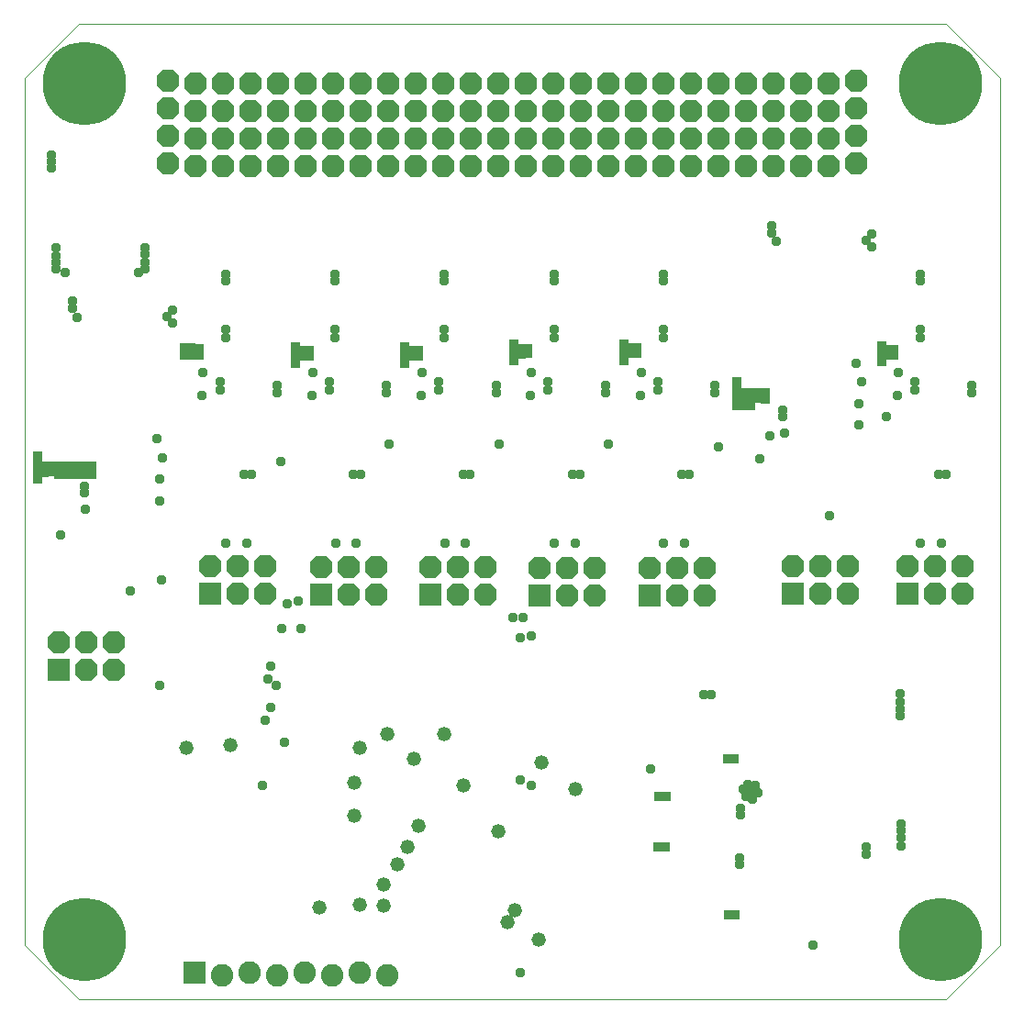
<source format=gbs>
G75*
%MOIN*%
%OFA0B0*%
%FSLAX25Y25*%
%IPPOS*%
%LPD*%
%AMOC8*
5,1,8,0,0,1.08239X$1,22.5*
%
%ADD10C,0.05200*%
%ADD11R,0.08200X0.08200*%
%ADD12C,0.08200*%
%ADD13OC8,0.08200*%
%ADD14C,0.00000*%
%ADD15C,0.30328*%
%ADD16C,0.03778*%
%ADD17R,0.03778X0.03778*%
D10*
X0062181Y0100562D03*
X0077929Y0101546D03*
X0125173Y0100562D03*
X0135016Y0105483D03*
X0144858Y0096625D03*
X0155685Y0105483D03*
X0162575Y0086783D03*
X0175370Y0070050D03*
X0191118Y0095149D03*
X0203421Y0085306D03*
X0181276Y0041507D03*
X0178815Y0037078D03*
X0190134Y0030680D03*
X0146227Y0072019D03*
X0142313Y0064537D03*
X0138692Y0058289D03*
X0133677Y0050769D03*
X0133677Y0043269D03*
X0125173Y0043476D03*
X0110409Y0042491D03*
X0123205Y0075956D03*
X0123205Y0087767D03*
D11*
X0110961Y0156153D03*
X0150724Y0156153D03*
X0190488Y0155956D03*
X0230252Y0155956D03*
X0282220Y0156350D03*
X0323953Y0156350D03*
X0070803Y0156350D03*
X0015685Y0128791D03*
X0064976Y0018700D03*
D12*
X0074976Y0017700D03*
X0084976Y0018700D03*
X0094976Y0017700D03*
X0104976Y0018700D03*
X0114976Y0017700D03*
X0124976Y0018700D03*
X0134976Y0017700D03*
D13*
X0035685Y0128791D03*
X0025685Y0128791D03*
X0025685Y0138791D03*
X0035685Y0138791D03*
X0015685Y0138791D03*
X0070803Y0166350D03*
X0080803Y0166350D03*
X0090803Y0166350D03*
X0090803Y0156350D03*
X0080803Y0156350D03*
X0110961Y0166153D03*
X0120961Y0166153D03*
X0130961Y0166153D03*
X0130961Y0156153D03*
X0120961Y0156153D03*
X0150724Y0166153D03*
X0160724Y0166153D03*
X0160724Y0156153D03*
X0170724Y0156153D03*
X0170724Y0166153D03*
X0190488Y0165956D03*
X0200488Y0165956D03*
X0200488Y0155956D03*
X0210488Y0155956D03*
X0210488Y0165956D03*
X0230252Y0165956D03*
X0240252Y0165956D03*
X0250252Y0165956D03*
X0250252Y0155956D03*
X0240252Y0155956D03*
X0282220Y0166350D03*
X0292220Y0166350D03*
X0292220Y0156350D03*
X0302220Y0156350D03*
X0302220Y0166350D03*
X0323953Y0166350D03*
X0333953Y0166350D03*
X0343953Y0166350D03*
X0343953Y0156350D03*
X0333953Y0156350D03*
X0305409Y0312665D03*
X0305409Y0322665D03*
X0305409Y0332665D03*
X0305409Y0342665D03*
X0295409Y0341665D03*
X0285409Y0341665D03*
X0275409Y0341665D03*
X0265409Y0341665D03*
X0255409Y0341665D03*
X0245409Y0341665D03*
X0235409Y0341665D03*
X0225409Y0341665D03*
X0215409Y0341665D03*
X0205409Y0341665D03*
X0195409Y0341665D03*
X0185409Y0341665D03*
X0175409Y0341665D03*
X0165409Y0341665D03*
X0155409Y0341665D03*
X0145409Y0341665D03*
X0135409Y0341665D03*
X0125409Y0341665D03*
X0115409Y0341665D03*
X0105409Y0341665D03*
X0095409Y0341665D03*
X0085409Y0341665D03*
X0075409Y0341665D03*
X0065409Y0341665D03*
X0065409Y0331665D03*
X0065409Y0321665D03*
X0065409Y0311665D03*
X0075409Y0311665D03*
X0085409Y0311665D03*
X0085409Y0321665D03*
X0075409Y0321665D03*
X0075409Y0331665D03*
X0085409Y0331665D03*
X0095409Y0331665D03*
X0095409Y0321665D03*
X0095409Y0311665D03*
X0105409Y0311665D03*
X0105409Y0321665D03*
X0105409Y0331665D03*
X0115409Y0331665D03*
X0115409Y0321665D03*
X0125409Y0321665D03*
X0125409Y0331665D03*
X0135409Y0331665D03*
X0135409Y0321665D03*
X0135409Y0311665D03*
X0125409Y0311665D03*
X0115409Y0311665D03*
X0145409Y0311665D03*
X0145409Y0321665D03*
X0145409Y0331665D03*
X0155409Y0331665D03*
X0155409Y0321665D03*
X0155409Y0311665D03*
X0165409Y0311665D03*
X0175409Y0311665D03*
X0175409Y0321665D03*
X0165409Y0321665D03*
X0165409Y0331665D03*
X0175409Y0331665D03*
X0185409Y0331665D03*
X0185409Y0321665D03*
X0185409Y0311665D03*
X0195409Y0311665D03*
X0195409Y0321665D03*
X0195409Y0331665D03*
X0205409Y0331665D03*
X0205409Y0321665D03*
X0205409Y0311665D03*
X0215409Y0311665D03*
X0225409Y0311665D03*
X0225409Y0321665D03*
X0215409Y0321665D03*
X0215409Y0331665D03*
X0225409Y0331665D03*
X0235409Y0331665D03*
X0235409Y0321665D03*
X0235409Y0311665D03*
X0245409Y0311665D03*
X0245409Y0321665D03*
X0245409Y0331665D03*
X0255409Y0331665D03*
X0255409Y0321665D03*
X0265409Y0321665D03*
X0265409Y0331665D03*
X0275409Y0331665D03*
X0275409Y0321665D03*
X0275409Y0311665D03*
X0265409Y0311665D03*
X0255409Y0311665D03*
X0285409Y0311665D03*
X0285409Y0321665D03*
X0285409Y0331665D03*
X0295409Y0331665D03*
X0295409Y0321665D03*
X0295409Y0311665D03*
X0055409Y0312665D03*
X0055409Y0322665D03*
X0055409Y0332665D03*
X0055409Y0342665D03*
D14*
X0022929Y0008987D02*
X0337890Y0008987D01*
X0357575Y0028672D01*
X0357575Y0343633D01*
X0337890Y0363318D01*
X0022929Y0363318D01*
X0003244Y0343633D01*
X0003244Y0028672D01*
X0022929Y0008987D01*
D15*
X0024898Y0030641D03*
X0024898Y0341665D03*
X0335921Y0341665D03*
X0335921Y0030641D03*
D16*
X0309059Y0061846D03*
X0309059Y0064346D03*
X0321748Y0064893D03*
X0321748Y0067649D03*
X0321748Y0070405D03*
X0321748Y0072767D03*
X0321354Y0112137D03*
X0321354Y0114499D03*
X0321354Y0117255D03*
X0321354Y0120011D03*
X0269607Y0084290D03*
X0267245Y0084684D03*
X0268820Y0086652D03*
X0266064Y0087046D03*
X0264489Y0085471D03*
X0265277Y0082912D03*
X0267639Y0081928D03*
X0263500Y0078623D03*
X0263500Y0076123D03*
X0263146Y0060572D03*
X0263146Y0058072D03*
X0289661Y0028672D03*
X0230606Y0092649D03*
X0250051Y0119920D03*
X0252551Y0119920D03*
X0243008Y0174735D03*
X0235528Y0174735D03*
X0242130Y0199743D03*
X0244689Y0199743D03*
X0255462Y0209775D03*
X0270449Y0205476D03*
X0273951Y0213803D03*
X0279403Y0214693D03*
X0278835Y0220798D03*
X0278835Y0223161D03*
X0254138Y0229606D03*
X0254138Y0232106D03*
X0235331Y0249539D03*
X0235331Y0252294D03*
X0227260Y0236940D03*
X0233311Y0233318D03*
X0233311Y0230562D03*
X0226911Y0228362D03*
X0214374Y0229606D03*
X0214374Y0232106D03*
X0195567Y0249539D03*
X0195567Y0252294D03*
X0187496Y0236940D03*
X0193547Y0233318D03*
X0193547Y0230562D03*
X0187147Y0228362D03*
X0174610Y0229606D03*
X0174610Y0232106D03*
X0155803Y0249539D03*
X0155803Y0252294D03*
X0147732Y0236940D03*
X0153783Y0233318D03*
X0153783Y0230562D03*
X0147383Y0228362D03*
X0134846Y0229606D03*
X0134846Y0232106D03*
X0116039Y0249539D03*
X0116039Y0252294D03*
X0107969Y0236940D03*
X0114020Y0233318D03*
X0114020Y0230562D03*
X0107620Y0228362D03*
X0095083Y0229606D03*
X0095083Y0232106D03*
X0076276Y0249539D03*
X0076276Y0252294D03*
X0068205Y0236940D03*
X0074256Y0233318D03*
X0074256Y0230562D03*
X0067856Y0228362D03*
X0051472Y0212728D03*
X0053441Y0205838D03*
X0052457Y0197964D03*
X0052457Y0190090D03*
X0025466Y0187134D03*
X0024898Y0193239D03*
X0024898Y0195602D03*
X0016512Y0177917D03*
X0041866Y0157334D03*
X0053069Y0161406D03*
X0076472Y0174735D03*
X0083953Y0174735D03*
X0102654Y0153672D03*
X0098717Y0152688D03*
X0096748Y0143830D03*
X0103638Y0143692D03*
X0092811Y0130050D03*
X0091616Y0125340D03*
X0094780Y0123161D03*
X0092811Y0115287D03*
X0090843Y0110365D03*
X0097732Y0102491D03*
X0089858Y0086743D03*
X0052457Y0123161D03*
X0116236Y0174735D03*
X0123717Y0174735D03*
X0122839Y0199743D03*
X0125398Y0199743D03*
X0135852Y0210916D03*
X0162602Y0199743D03*
X0165161Y0199743D03*
X0175616Y0210916D03*
X0202366Y0199743D03*
X0204925Y0199743D03*
X0215379Y0210916D03*
X0203244Y0174735D03*
X0195764Y0174735D03*
X0184346Y0147767D03*
X0180569Y0147767D03*
X0183362Y0140492D03*
X0187299Y0141141D03*
X0163480Y0174735D03*
X0156000Y0174735D03*
X0096256Y0204361D03*
X0085634Y0199743D03*
X0083075Y0199743D03*
X0056984Y0254854D03*
X0055016Y0257216D03*
X0056984Y0259578D03*
X0044780Y0272964D03*
X0047142Y0274539D03*
X0047142Y0276901D03*
X0047142Y0279657D03*
X0047142Y0282019D03*
X0022339Y0256822D03*
X0020764Y0259972D03*
X0020764Y0262728D03*
X0018008Y0272964D03*
X0014858Y0274539D03*
X0014858Y0276901D03*
X0014858Y0279263D03*
X0014858Y0282019D03*
X0012890Y0311153D03*
X0012890Y0313515D03*
X0012890Y0315877D03*
X0076276Y0272373D03*
X0076276Y0270011D03*
X0116039Y0270011D03*
X0116039Y0272373D03*
X0155803Y0272373D03*
X0155803Y0270011D03*
X0195567Y0270011D03*
X0195567Y0272373D03*
X0235331Y0272373D03*
X0235331Y0270011D03*
X0274701Y0287531D03*
X0274701Y0290287D03*
X0276276Y0284381D03*
X0308953Y0284775D03*
X0310921Y0287137D03*
X0310921Y0282413D03*
X0328638Y0272373D03*
X0328638Y0270011D03*
X0328638Y0252294D03*
X0328638Y0249539D03*
X0320567Y0236940D03*
X0326618Y0233318D03*
X0326618Y0230562D03*
X0320218Y0228362D03*
X0316236Y0220802D03*
X0306394Y0217649D03*
X0306394Y0225523D03*
X0307378Y0233397D03*
X0305409Y0240287D03*
X0347445Y0232106D03*
X0347445Y0229606D03*
X0337996Y0199743D03*
X0335437Y0199743D03*
X0336315Y0174735D03*
X0328835Y0174735D03*
X0295803Y0184893D03*
X0187299Y0086743D03*
X0183362Y0088712D03*
X0183362Y0018830D03*
D17*
X0233537Y0064466D03*
X0236037Y0064466D03*
X0236359Y0082730D03*
X0233859Y0082730D03*
X0258609Y0096480D03*
X0261109Y0096480D03*
X0261537Y0039716D03*
X0259037Y0039716D03*
X0261906Y0224932D03*
X0264661Y0224932D03*
X0267024Y0224932D03*
X0266827Y0227491D03*
X0266827Y0229460D03*
X0264268Y0229460D03*
X0264268Y0227294D03*
X0261906Y0227885D03*
X0261906Y0230838D03*
X0261906Y0233594D03*
X0269583Y0229460D03*
X0269583Y0227491D03*
X0272339Y0227098D03*
X0272339Y0229460D03*
X0314661Y0240680D03*
X0314661Y0243633D03*
X0316630Y0243043D03*
X0316630Y0245208D03*
X0314661Y0246586D03*
X0319189Y0245208D03*
X0319189Y0243239D03*
X0225882Y0243830D03*
X0225882Y0245798D03*
X0223323Y0245798D03*
X0223323Y0243633D03*
X0220961Y0244224D03*
X0220961Y0247176D03*
X0220961Y0241271D03*
X0186118Y0243633D03*
X0186118Y0245602D03*
X0183559Y0245602D03*
X0183559Y0243436D03*
X0181197Y0244027D03*
X0181197Y0246980D03*
X0181197Y0241074D03*
X0146354Y0242846D03*
X0146354Y0244814D03*
X0143795Y0244814D03*
X0143795Y0242649D03*
X0141433Y0243239D03*
X0141433Y0240287D03*
X0141433Y0246192D03*
X0106591Y0244814D03*
X0106591Y0242846D03*
X0104031Y0242649D03*
X0104031Y0244814D03*
X0101669Y0246192D03*
X0101669Y0243239D03*
X0101669Y0240287D03*
X0066630Y0243043D03*
X0066630Y0245405D03*
X0063874Y0245798D03*
X0061512Y0245798D03*
X0061512Y0243043D03*
X0063874Y0243043D03*
X0027654Y0202688D03*
X0027654Y0199735D03*
X0024701Y0199735D03*
X0021748Y0199735D03*
X0018795Y0199735D03*
X0015843Y0199735D03*
X0015843Y0202688D03*
X0018795Y0202688D03*
X0021748Y0202688D03*
X0024701Y0202688D03*
X0012890Y0202688D03*
X0012890Y0200720D03*
X0010331Y0200523D03*
X0010331Y0202688D03*
X0007969Y0204066D03*
X0007969Y0206625D03*
X0007969Y0201113D03*
X0007969Y0198161D03*
M02*

</source>
